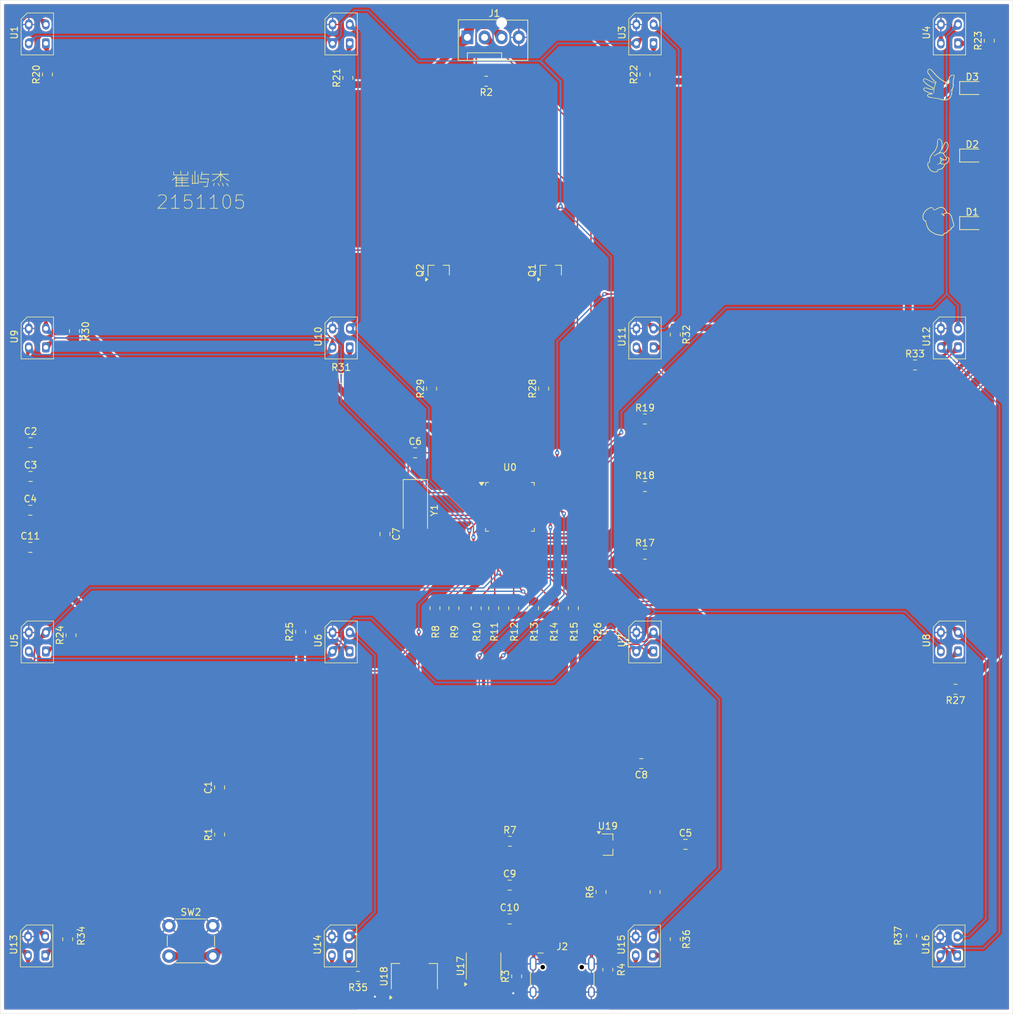
<source format=kicad_pcb>
(kicad_pcb (version 20240108) (generator "pcbnew") (generator_version "8.0")
  (layers (0 "F.Cu" signal) (31 "B.Cu" signal) (34 "B.Paste" user) (35 "F.Paste" user) (36 "B.SilkS" user "B.Silkscreen") (37 "F.SilkS" user "F.Silkscreen") (38 "B.Mask" user) (39 "F.Mask" user) (44 "Edge.Cuts" user))
  (net 0 "")
  (net 1 "GND")
  (net 2 "Net-(U0-NRST)")
  (net 3 "VCC")
  (net 4 "Net-(U0-PF0)")
  (net 5 "Net-(U0-PF1)")
  (net 6 "/VBUS")
  (net 7 "Net-(D1-A)")
  (net 8 "Net-(D2-A)")
  (net 9 "Net-(D3-A)")
  (net 10 "/SWCLK")
  (net 11 "/SWDIO")
  (net 13 "Net-(J2-CC2)")
  (net 14 "Net-(U17-UD-)")
  (net 16 "Net-(U17-UD+)")
  (net 17 "Net-(J2-CC1)")
  (net 18 "Net-(Q1-B)")
  (net 19 "Net-(Q1-C)")
  (net 20 "Net-(Q2-B)")
  (net 21 "Net-(Q2-C)")
  (net 22 "Net-(U19-REF)")
  (net 23 "Net-(U19-K)")
  (net 24 "/ADC_IN0")
  (net 25 "/VDD")
  (net 26 "Net-(U0-PB0)")
  (net 27 "Net-(U0-PB1)")
  (net 28 "Net-(U0-PB2)")
  (net 29 "Net-(U1-A)")
  (net 30 "Net-(U2-A)")
  (net 31 "Net-(U3-A)")
  (net 32 "Net-(U4-A)")
  (net 33 "Net-(U5-A)")
  (net 34 "Net-(U6-A)")
  (net 35 "Net-(U7-A)")
  (net 36 "Net-(U8-A)")
  (net 37 "/BANK0")
  (net 38 "/BANK1")
  (net 39 "Net-(U9-A)")
  (net 40 "Net-(U10-A)")
  (net 41 "Net-(U11-A)")
  (net 42 "Net-(U12-A)")
  (net 43 "Net-(U13-A)")
  (net 44 "Net-(U14-A)")
  (net 45 "Net-(U15-A)")
  (net 46 "Net-(U16-A)")
  (net 50 "/UART_RX")
  (net 71 "/UART_TX")
  (net 72 "/ADC_IN1")
  (net 73 "/ADC_IN2")
  (net 74 "/ADC_IN3")
  (net 75 "/ADC_IN4")
  (net 76 "/ADC_IN5")
  (net 77 "/ADC_IN6")
  (net 78 "/ADC_IN7")
  (footprint "Resistor_SMD:R_0805_2012Metric_Pad1.20x1.40mm_HandSolder" (layer "F.Cu") (at 91 120 -90)
    (property "Reference" "R10")
    (property "Value" "10k")
  )
  (footprint "Resistor_SMD:R_0805_2012Metric_Pad1.20x1.40mm_HandSolder" (layer "F.Cu") (at 87.7 120 -90)
    (property "Reference" "R9")
    (property "Value" "10k")
  )
  (footprint "Resistor_SMD:R_0805_2012Metric_Pad1.20x1.40mm_HandSolder" (layer "F.Cu") (at 65 123.5 90)
    (property "Reference" "R25")
    (property "Value" "330")
  )
  (footprint "Package_QFP:LQFP-48_7x7mm_P0.5mm" (layer "F.Cu") (at 96 105)
    (property "Reference" "U0")
    (property "Value" "STM32G030C8Tx")
  )
  (footprint "Capacitor_SMD:C_0805_2012Metric_Pad1.18x1.45mm_HandSolder" (layer "F.Cu") (at 53 146.5375 90)
    (property "Reference" "C1")
    (property "Value" "0.1uf")
  )
  (footprint "Resistor_SMD:R_0805_2012Metric_Pad1.20x1.40mm_HandSolder" (layer "F.Cu") (at 155.5 168.5 -90)
    (property "Reference" "R37")
    (property "Value" "330")
  )
  (footprint "Connector:FanPinHeader_1x04_P2.54mm_Vertical" (layer "F.Cu") (at 89.7 35.5)
    (property "Reference" "J1")
    (property "Value" "Conn_01x04_Pin")
  )
  (footprint "itr20001:Everlight_ITR20001" (layer "F.Cu") (at 161.1 125)
    (property "Reference" "U8")
    (property "Value" "ITR20001/T24")
  )
  (footprint "Resistor_SMD:R_0805_2012Metric_Pad1.20x1.40mm_HandSolder" (layer "F.Cu") (at 27.5 41 90)
    (property "Reference" "R20")
    (property "Value" "330")
  )
  (footprint "Resistor_SMD:R_0805_2012Metric_Pad1.20x1.40mm_HandSolder" (layer "F.Cu") (at 105.4 120 -90)
    (property "Reference" "R15")
    (property "Value" "10k")
  )
  (footprint "Capacitor_SMD:C_0805_2012Metric_Pad1.18x1.45mm_HandSolder" (layer "F.Cu") (at 24.9625 111)
    (property "Reference" "C11")
    (property "Value" "0.1uf")
  )
  (footprint "Package_TO_SOT_SMD:SOT-23_Handsoldering" (layer "F.Cu") (at 110.5 155)
    (property "Reference" "U19")
    (property "Value" "TL431DBZ")
  )
  (footprint "Resistor_SMD:R_0805_2012Metric_Pad1.20x1.40mm_HandSolder" (layer "F.Cu") (at 156 84)
    (property "Reference" "R33")
    (property "Value" "330")
  )
  (footprint "itr20001:Everlight_ITR20001" (layer "F.Cu") (at 71 35)
    (property "Reference" "U2" (hide yes))
    (property "Value" "ITR20001/T24")
  )
  (footprint "itr20001:Everlight_ITR20001" (layer "F.Cu") (at 25.9 170)
    (property "Reference" "U13")
    (property "Value" "ITR20001/T24")
  )
  (footprint "Package_SO:SOIC-8_3.9x4.9mm_P1.27mm" (layer "F.Cu") (at 92.095 172.975 90)
    (property "Reference" "U17")
    (property "Value" "CH340N")
  )
  (footprint "Resistor_SMD:R_0805_2012Metric_Pad1.20x1.40mm_HandSolder" (layer "F.Cu") (at 111 123.5 -90)
    (property "Reference" "R26")
    (property "Value" "330")
  )
  (footprint "Package_TO_SOT_SMD:SOT-23_Handsoldering" (layer "F.Cu") (at 85.45 70 90)
    (property "Reference" "Q2")
    (property "Value" "MMBT3904")
  )
  (footprint "Resistor_SMD:R_0805_2012Metric_Pad1.20x1.40mm_HandSolder" (layer "F.Cu") (at 167 36 90)
    (property "Reference" "R23")
    (property "Value" "330")
  )
  (footprint "Capacitor_SMD:C_0805_2012Metric_Pad1.18x1.45mm_HandSolder" (layer "F.Cu") (at 115.4625 143 180)
    (property "Reference" "C8")
    (property "Value" "10uf")
  )
  (footprint "Resistor_SMD:R_0805_2012Metric_Pad1.20x1.40mm_HandSolder" (layer "F.Cu") (at 99.5 120 -90)
    (property "Reference" "R13")
    (property "Value" "10k")
  )
  (footprint "Resistor_SMD:R_0805_2012Metric_Pad1.20x1.40mm_HandSolder" (layer "F.Cu") (at 31.5 79 -90)
    (property "Reference" "R30")
    (property "Value" "330")
  )
  (footprint "LOGO" (layer "F.Cu") (at 159.5 62.5)
    (property "Reference" "G***" (hide yes))
    (property "Value" "LOGO" (hide yes))
  )
  (footprint "Resistor_SMD:R_0805_2012Metric_Pad1.20x1.40mm_HandSolder" (layer "F.Cu") (at 120.5 169 -90)
    (property "Reference" "R36")
    (property "Value" "330")
  )
  (footprint "Capacitor_SMD:C_0805_2012Metric_Pad1.18x1.45mm_HandSolder" (layer "F.Cu") (at 25 95.5)
    (property "Reference" "C2")
    (property "Value" "0.1uf")
  )
  (footprint "Resistor_SMD:R_0805_2012Metric_Pad1.20x1.40mm_HandSolder" (layer "F.Cu") (at 92.5 42 180)
    (property "Reference" "R2")
    (property "Value" "10k")
  )
  (footprint "itr20001:Everlight_ITR20001" (layer "F.Cu") (at 116 35)
    (property "Reference" "U3")
    (property "Value" "ITR20001/T24")
  )
  (footprint "itr20001:Everlight_ITR20001" (layer "F.Cu") (at 71 125)
    (property "Reference" "U6")
    (property "Value" "ITR20001/T24")
  )
  (footprint "Package_TO_SOT_SMD:SOT-223-3_TabPin2" (layer "F.Cu") (at 81.85 174.5 90)
    (property "Reference" "U18")
    (property "Value" "AMS1117-3.3")
  )
  (footprint "Resistor_SMD:R_0805_2012Metric_Pad1.20x1.40mm_HandSolder" (layer "F.Cu") (at 84.4 87.5 90)
    (property "Reference" "R29")
    (property "Value" "330")
  )
  (footprint "Resistor_SMD:R_0805_2012Metric_Pad1.20x1.40mm_HandSolder" (layer "F.Cu") (at 116 41 90)
    (property "Reference" "R22")
    (property "Value" "330")
  )
  (footprint "Resistor_SMD:R_0805_2012Metric_Pad1.20x1.40mm_HandSolder" (layer "F.Cu") (at 117.5 162 -90)
    (property "Reference" "R5" (hide yes))
    (property "Value" "3.3k")
  )
  (footprint "itr20001:Everlight_ITR20001" (layer "F.Cu") (at 161 170)
    (property "Reference" "U16")
    (property "Value" "ITR20001/T24")
  )
  (footprint "Resistor_SMD:R_0805_2012Metric_Pad1.20x1.40mm_HandSolder" (layer "F.Cu") (at 109.5 162 90)
    (property "Reference" "R6")
    (property "Value" "10k")
  )
  (footprint "Capacitor_SMD:C_0805_2012Metric_Pad1.18x1.45mm_HandSolder" (layer "F.Cu") (at 24.9625 105.5)
    (property "Reference" "C4")
    (property "Value" "0.1uf")
  )
  (footprint "itr20001:Everlight_ITR20001" (layer "F.Cu") (at 71 80)
    (property "Reference" "U10")
    (property "Value" "ITR20001/T24")
  )
  (footprint "Connector_USB:USB_C_Receptacle_HCTL_HC-TYPE-C-16P-01A" (layer "F.Cu") (at 103.75 175.745)
    (property "Reference" "J2")
    (property "Value" "USB_C_Receptacle_USB2.0_16P")
  )
  (footprint "LED_SMD:LED_0805_2012Metric_Pad1.15x1.40mm_HandSolder" (layer "F.Cu") (at 164.475 63)
    (property "Reference" "D1")
    (property "Value" "LED")
  )
  (footprint "LOGO" (layer "F.Cu") (at 159.5 42.5)
    (property "Reference" "布" (hide yes))
    (property "Value" "LOGO" (hide yes))
  )
  (footprint "Resistor_SMD:R_0805_2012Metric_Pad1.20x1.40mm_HandSolder" (layer "F.Cu") (at 101 87.5 90)
    (property "Reference" "R28")
    (property "Value" "330")
  )
  (footprint "Capacitor_SMD:C_0805_2012Metric_Pad1.18x1.45mm_HandSolder" (layer "F.Cu") (at 95.9625 166)
    (property "Reference" "C10")
    (property "Value" "0.1uf")
  )
  (footprint "LED_SMD:LED_0805_2012Metric_Pad1.15x1.40mm_HandSolder" (layer "F.Cu") (at 164.475 43)
    (property "Reference" "D3")
    (property "Value" "LED")
  )
  (footprint "Package_TO_SOT_SMD:SOT-23_Handsoldering" (layer "F.Cu") (at 102.05 70 90)
    (property "Reference" "Q1")
    (property "Value" "MMBT3904")
  )
  (footprint "Resistor_SMD:R_0805_2012Metric_Pad1.20x1.40mm_HandSolder" (layer "F.Cu") (at 93.6 120 -90)
    (property "Reference" "R11")
    (property "Value" "10k")
  )
  (footprint "LED_SMD:LED_0805_2012Metric_Pad1.15x1.40mm_HandSolder" (layer "F.Cu") (at 164.475 53)
    (property "Reference" "D2")
    (property "Value" "LED")
  )
  (footprint "Resistor_SMD:R_0805_2012Metric_Pad1.20x1.40mm_HandSolder" (layer "F.Cu") (at 96.55 120 -90)
    (property "Reference" "R12")
    (property "Value" "10k")
  )
  (footprint "Resistor_SMD:R_0805_2012Metric_Pad1.20x1.40mm_HandSolder" (layer "F.Cu") (at 71 86)
    (property "Reference" "R31")
    (property "Value" "330")
  )
  (footprint "Resistor_SMD:R_0805_2012Metric_Pad1.20x1.40mm_HandSolder" (layer "F.Cu") (at 97 174.5 90)
    (property "Reference" "R3")
    (property "Value" "5.1k")
  )
  (footprint "Resistor_SMD:R_0805_2012Metric_Pad1.20x1.40mm_HandSolder" (layer "F.Cu") (at 72 41.5 90)
    (property "Reference" "R21")
    (property "Value" "330")
  )
  (footprint "itr20001:Everlight_ITR20001" (layer "F.Cu") (at 116 125)
    (property "Reference" "U7")
    (property "Value" "ITR20001/T24")
  )
  (footprint "Capacitor_SMD:C_0805_2012Metric_Pad1.18x1.45mm_HandSolder" (layer "F.Cu") (at 81.9625 97)
    (property "Reference" "C6")
    (property "Value" "22pf")
  )
  (footprint "Resistor_SMD:R_0805_2012Metric_Pad1.20x1.40mm_HandSolder" (layer "F.Cu") (at 31 124 90)
    (property "Reference" "R24")
    (property "Value" "330")
  )
  (footprint "Resistor_SMD:R_0805_2012Metric_Pad1.20x1.40mm_HandSolder" (layer "F.Cu") (at 102.45 120 -90)
    (property "Reference" "R14")
    (property "Value" "10k")
  )
  (footprint "Resistor_SMD:R_0805_2012Metric_Pad1.20x1.40mm_HandSolder" (layer "F.Cu") (at 116 102)
    (property "Reference" "R18")
    (property "Value" "330")
  )
  (footprint "Resistor_SMD:R_0805_2012Metric_Pad1.20x1.40mm_HandSolder" (layer "F.Cu") (at 30.5 169 90)
    (property "Reference" "R34")
    (property "Value" "330")
  )
  (footprint "Resistor_SMD:R_0805_2012Metric_Pad1.20x1.40mm_HandSolder" (layer "F.Cu") (at 96 154.5)
    (property "Reference" "R7")
    (property "Value" "330")
  )
  (footprint "Resistor_SMD:R_0805_2012Metric_Pad1.20x1.40mm_HandSolder" (layer "F.Cu") (at 120.5 79.5 -90)
    (property "Reference" "R32")
    (property "Value" "330")
  )
  (footprint "Resistor_SMD:R_0805_2012Metric_Pad1.20x1.40mm_HandSolder" (layer "F.Cu") (at 73.5 174.5 180)
    (property "Reference" "R35")
    (property "Value" "330")
  )
  (footprint "itr20001:Everlight_ITR20001" (layer "F.Cu") (at 26 80)
    (property "Reference" "U9")
    (property "Value" "ITR20001/T24")
  )
  (footprint "Capacitor_SMD:C_0805_2012Metric_Pad1.18x1.45mm_HandSolder" (layer "F.Cu") (at 122 154.9625)
    (property "Reference" "C5")
    (property "Value" "0.1uf")
  )
  (footprint "LOGO" (layer "F.Cu") (at 159.5 53)
    (property "Reference" "G***" (hide yes))
    (property "Value" "LOGO" (hide yes))
  )
  (footprint "Resistor_SMD:R_0805_2012Metric_Pad1.20x1.40mm_HandSolder" (layer "F.Cu") (at 162 132 180)
    (property "Reference" "R27")
    (property "Value" "330")
  )
  (footprint "Resistor_SMD:R_0805_2012Metric_Pad1.20x1.40mm_HandSolder" (layer "F.Cu") (at 116 92)
    (property "Reference" "R19")
    (property "Value" "330")
  )
  (footprint "Resistor_SMD:R_0805_2012Metric_Pad1.20x1.40mm_HandSolder" (layer "F.Cu") (at 84.9 120 -90)
    (property "Reference" "R8")
    (property "Value" "10k")
  )
  (footprint "Resistor_SMD:R_0805_2012Metric_Pad1.20x1.40mm_HandSolder" (layer "F.Cu") (at 53 153.5 90)
    (property "Reference" "R1")
    (property "Value" "10k")
  )
  (footprint "itr20001:Everlight_ITR20001" (layer "F.Cu") (at 70.9 170)
    (property "Reference" "U14")
    (property "Value" "ITR20001/T24")
  )
  (footprint "itr20001:Everlight_ITR20001" (layer "F.Cu") (at 116 80)
    (property "Reference" "U11")
    (property "Value" "ITR20001/T24")
  )
  (footprint "itr20001:Everlight_ITR20001" (layer "F.Cu") (at 26 125)
    (property "Reference" "U5")
    (property "Value" "ITR20001/T24")
  )
  (footprint "itr20001:Everlight_ITR20001" (layer "F.Cu") (at 161.1 80)
    (property "Reference" "U12")
    (property "Value" "ITR20001/T24")
  )
  (footprint "Resistor_SMD:R_0805_2012Metric_Pad1.20x1.40mm_HandSolder" (layer "F.Cu") (at 110.5 173.5 90)
    (property "Reference" "R4")
    (property "Value" "5.1k")
  )
  (footprint "itr20001:Everlight_ITR20001" (layer "F.Cu") (at 161.1 35)
    (property "Reference" "U4")
    (property "Value" "ITR20001/T24")
  )
  (footprint "Button_Switch_THT:SW_PUSH_6mm" (layer "F.Cu") (at 45.5 167)
    (property "Reference" "SW2")
    (property "Value" "SW_Push")
  )
  (footprint "Capacitor_SMD:C_0805_2012Metric_Pad1.18x1.45mm_HandSolder" (layer "F.Cu") (at 25 100.5)
    (property "Reference" "C3")
    (property "Value" "10uf")
  )
  (footprint "Crystal:Crystal_SMD_5032-2Pin_5.0x3.2mm_HandSoldering" (layer "F.Cu") (at 82 105.5 -90)
    (property "Reference" "Y1")
    (property "Value" "12MHz")
  )
  (footprint "itr20001:Everlight_ITR20001" (layer "F.Cu") (at 26 35)
    (property "Reference" "U1")
    (property "Value" "ITR20001/T24")
  )
  (footprint "Resistor_SMD:R_0805_2012Metric_Pad1.20x1.40mm_HandSolder" (layer "F.Cu") (at 116 112)
    (property "Reference" "R17")
    (property "Value" "330")
  )
  (footprint "itr20001:Everlight_ITR20001" (layer "F.Cu") (at 115.9 170)
    (property "Reference" "U15")
    (property "Value" "ITR20001/T24")
  )
  (footprint "Capacitor_SMD:C_0805_2012Metric_Pad1.18x1.45mm_HandSolder" (layer "F.Cu") (at 77.5 109.0375 -90)
    (property "Reference" "C7")
    (property "Value" "22pf")
  )
  (footprint "Capacitor_SMD:C_0805_2012Metric_Pad1.18x1.45mm_HandSolder" (layer "F.Cu") (at 95.9625 161)
    (property "Reference" "C9")
    (property "Value" "10uf")
  )
  (gr_rect (start 20.5 30) (end 170.5 180) (stroke (width 0.05)) (fill none) (layer "Edge.Cuts"))
  (gr_text_box "崔屿杰\n2151105" (start 42.5 54) (end 58 61.5) (layer "F.SilkS") (effects (font (size 2 2) (thickness 0.1)) (justify top)) (border no) (stroke (width 0.1)))
  (segment (start 100.55 172) (end 100.55 171.2) (width 0.5) (layer "F.Cu") (net 1))
  (segment (start 106.95 171.05) (end 107 171) (width 0.5) (layer "F.Cu") (net 1))
  (segment (start 92.73 176.424999) (end 93.430001 177.125) (width 1) (layer "F.Cu") (net 1))
  (segment (start 108 171) (end 108.07 171.07) (width 0.5) (layer "F.Cu") (net 1))
  (segment (start 106.95 172) (end 106.95 171.05) (width 0.5) (layer "F.Cu") (net 1))
  (segment (start 93.430001 177.125) (end 96.375 177.125) (width 1) (layer "F.Cu") (net 1))
  (segment (start 99.5 172.57) (end 99.43 172.64) (width 0.5) (layer "F.Cu") (net 1))
  (segment (start 90.25 105.25) (end 83 98) (width 0.2) (layer "F.Cu") (net 1))
  (segment (start 96.375 177.125) (end 96.5 177) (width 1) (layer "F.Cu") (net 1))
  (segment (start 92.73 175.45) (end 92.73 176.424999) (width 1) (layer "F.Cu") (net 1))
  (segment (start 83 98) (end 83 97) (width 0.2) (layer "F.Cu") (net 1))
  (segment (start 107 171) (end 108 171) (width 0.5) (layer "F.Cu") (net 1))
  (segment (start 99.5 171.15) (end 99.5 171.5) (width 0.5) (layer "F.Cu") (net 1))
  (segment (start 100.5 171.15) (end 99.5 171.15) (width 0.5) (layer "F.Cu") (net 1))
  (segment (start 108.07 171.07) (end 108.07 172.64) (width 0.5) (layer "F.Cu") (net 1))
  (segment (start 91.8375 105.25) (end 90.25 105.25) (width 0.2) (layer "F.Cu") (net 1))
  (segment (start 99.5 171.15) (end 99.5 172.57) (width 0.5) (layer "F.Cu") (net 1))
  (segment (start 99.5 171.5) (end 99.5 172.57) (width 0.5) (layer "F.Cu") (net 1))
  (segment (start 100.55 171.2) (end 100.5 171.15) (width 0.5) (layer "F.Cu") (net 1))
  (via (at 76 177.5) (size 0.6) (drill 0.3) (layers "F.Cu" "B.Cu") (net 1))
  (via (at 96.5 177) (size 0.6) (drill 0.3) (layers "F.Cu" "B.Cu") (net 1))
  (segment (start 77.7125 129.2875) (end 71.2875 129.2875) (width 0.2) (layer "F.Cu") (net 2))
  (segment (start 53 152.5) (end 53 147.575) (width 0.2) (layer "F.Cu") (net 2))
  (segment (start 85 109) (end 85 115.575) (width 0.2) (layer "F.Cu") (net 2))
  (segment (start 85 115.575) (end 81 119.575) (width 0.2) (layer "F.Cu") (net 2))
  (segment (start 53 152.5) (end 56.5 156) (width 0.2) (layer "F.Cu") (net 2))
  (segment (start 87.25 106.75) (end 85 109) (width 0.2) (layer "F.Cu") (net 2))
  (segment (start 91.8375 106.75) (end 87.25 106.75) (width 0.2) (layer "F.Cu") (net 2))
  (segment (start 81 119.575) (end 81 126) (width 0.2) (layer "F.Cu") (net 2))
  (segment (start 71.2875 129.2875) (end 53 147.575) (width 0.2) (layer "F.Cu") (net 2))
  (segment (start 81 126) (end 77.7125 129.2875) (width 0.2) (layer "F.Cu") (net 2))
  (segment (start 56.5 156) (end 56.5 167) (width 0.2) (layer "F.Cu") (net 2))
  (segment (start 45.5 171.5) (end 52 171.5) (width 0.2) (layer "F.Cu") (net 2))
  (segment (start 56.5 167) (end 52 171.5) (width 0.2) (layer "F.Cu") (net 2))
  (segment (start 167 37) (end 157.5 46.5) (width 1) (layer "F.Cu") (net 3))
  (segment (start 130 158.5) (end 130.5 158) (width 0.8) (layer "F.Cu") (net 3))
  (segment (start 27.5 42) (end 31.5 46) (width 1) (layer "F.Cu") (net 3))
  (segment (start 87 100) (end 90 103) (width 1) (layer "F.Cu") (net 3))
  (segment (start 80.5 170) (end 81.85 171.35) (width 0.8) (layer "F.Cu") (net 3))
  (segment (start 90.890001 172.175) (end 93.325 172.175) (width 1) (layer "F.Cu") (net 3))
  (segment (start 31.5 78) (end 32.2 78) (width 1) (layer "F.Cu") (net 3))
  (segment (start 65 38.5) (end 31.7 38.5) (width 1) (layer "F.Cu") (net 3))
  (segment (start 70 86) (end 41.5 86) (width 1) (layer "F.Cu") (net 3))
  (segment (start 90.99688 104.75) (end 90.75 104.50312) (width 0.3) (layer "F.Cu") (net 3))
  (segment (start 23.9625 100.5) (end 23.9625 110.9625) (width 1) (layer "F.Cu") (net 3))
  (segment (start 90.5 103.5) (end 90 103) (width 0.2) (layer "F.Cu") (net 3))
  (segment (start 130.5 158) (end 130.5 127.5) (width 1) (layer "F.Cu") (net 3))
  (segment (start 24.7125 111.87543) (end 33.5 120.66293) (width 1) (layer "F.Cu") (net 3))
  (segment (start 33.5 123.2) (end 33.5 120.66293) (width 1) (layer "F.Cu") (net 3))
  (segment (start 120.5 168) (end 155 168) (width 1) (layer "F.Cu") (net 3))
  (segment (start 91.8375 104.75) (end 90.99688 104.75) (width 0.3) (layer "F.Cu") (net 3))
  (segment (start 155 84) (end 153.5 82.5) (width 0.8) (layer "F.Cu") (net 3))
  (segment (start 23.925 100.5375) (end 23.9625 100.5) (width 0.8) (layer "F.Cu") (net 3))
  (segment (start 24.7125 111.7875) (end 24.7125 111.87543) (width 1) (layer "F.Cu") (net 3))
  (segment (start 67 170) (end 80.5 170) (width 0.8) (layer "F.Cu") (net 3))
  (segment (start 23.9625 94.775) (end 23.9625 95.5) (width 1) (layer "F.Cu") (net 3))
  (segment (start 23.925 105.5) (end 23.925 100.5375) (width 0.8) (layer "F.Cu") (net 3))
  (segment (start 76.3 93) (end 84 93) (width 1) (layer "F.Cu") (net 3))
  (segment (start 168.5 38.5) (end 167 37) (width 1) (layer "F.Cu") (net 3))
  (segment (start 61.5 175.5) (end 67 170) (width 1) (layer "F.Cu") (net 3))
  (segment (start 155 168) (end 155.5 167.5) (width 1) (layer "F.Cu") (net 3))
  (segment (start 155 84) (end 149.5 78.5) (width 1) (layer "F.Cu") (net 3))
  (segment (start 145.5 42) (end 116 42) (width 1) (layer "F.Cu") (net 3))
  (segment (start 90.19 171.474999) (end 90.890001 172.175) (width 1) (layer "F.Cu") (net 3))
  (segment (start 89.7 35.5) (end 89.5 35.5) (width 1) (layer "F.Cu") (net 3))
  (segment (start 113 120.5) (end 111 122.5) (width 1) (layer "F.Cu") (net 3))
  (segment (start 49 145) (end 49 152.2) (width 1) (layer "F.Cu") (net 3))
  (segment (start 89.5 35.5) (end 82.5 42.5) (width 1) (layer "F.Cu") (net 3))
  (segment (start 31.7 125) (end 33.5 123.2) (width 1) (layer "F.Cu") (net 3))
  (segment (start 36.5 175.5) (end 61.5 175.5) (width 1) (layer "F.Cu") (net 3))
  (segment (start 130.5 127.5) (end 123.5 120.5) (width 1) (layer "F.Cu") (net 3))
  (segment (start 155.5 167.5) (end 163 160) (width 1) (layer "F.Cu") (net 3))
  (segment (start 30.5 170) (end 36 175.5) (width 1) (layer "F.Cu") (net 3))
  (segment (start 31.5 46.5) (end 31.5 78) (width 1) (layer "F.Cu") (net 3))
  (segment (start 49 152.2) (end 51.3 154.5) (width 1) (layer "F.Cu") (net 3))
  (segment (start 81.85 171.35) (end 81.85 177.65) (width 1) (layer "F.Cu") (net 3))
  (segment (start 23.9625 95.5) (end 23.9625 100.5) (width 1) (layer "F.Cu") (net 3))
  (segment (start 31.7 38.5) (end 28.2 42) (width 1) (layer "F.Cu") (net 3))
  (segment (start 149.5 78.5) (end 153.5 82.5) (width 0.5) (layer "F.Cu") (net 3))
  (segment (start 90.75 103.75) (end 90.5 103.5) (width 0.3) (layer "F.Cu") (net 3))
  (segment (start 69 42.5) (end 65 38.5) (width 1) (layer "F.Cu") (net 3))
  (segment (start 70 86) (end 70 86.7) (width 1) (layer "F.Cu") (net 3))
  (segment (start 51.3 154.5) (end 53 154.5) (width 1) (layer "F.Cu") (net 3))
  (segment (start 31.50901 78) (end 31.5 78) (width 0.8) (layer "F.Cu") (net 3))
  (segment (start 157.5 46.5) (end 157.5 49) (width 1) (layer "F.Cu") (net 3))
  (segment (start 163 132) (end 168.5 126.5) (width 1) (layer "F.Cu") (net 3))
  (segment (start 81.85 171.35) (end 89.34 171.35) (width 1) (layer "F.Cu") (net 3))
  (segment (start 90.74688 104.75) (end 90.5 104.50312) (width 0.3) (layer "F.Cu") (net 3))
  (segment (start 84 93) (end 87 96) (width 1) (layer "F.Cu") (net 3))
  (segment (start 49 152.2) (end 31.2 170) (width 1) (layer "F.Cu") (net 3))
  (segment (start 91.8375 103.75) (end 90.99688 103.75) (width 0.3) (layer "F.Cu") (net 3))
  (segment (start 27.2375 91.5) (end 23.9625 94.775) (width 1) (layer "F.Cu") (net 3))
  (segment (start 93.325 172.175) (end 94 171.5) (width 1) (layer "F.Cu") (net 3))
  (segment (start 91.8375 104.75) (end 90.74688 104.75) (width 0.3) (layer "F.Cu") (net 3))
  (segment (start 65 124.5) (end 65 125) (width 0.8) (layer "F.Cu") (net 3))
  (segment (start 157.5 49) (end 155 51.5) (width 1) (layer "F.Cu") (net 3))
  (segment (start 155 51.5) (end 145.5 42) (width 1) (layer "F.Cu") (net 3))
  (segment (start 92.16 32.04) (end 89.7 34.5) (width 1) (layer "F.Cu") (net 3))
  (segment (start 123.5 120.5) (end 113 120.5) (width 1) (layer "F.Cu") (net 3))
  (segment (start 89.34 171.35) (end 90.19 170.5) (width 1) (layer "F.Cu") (net 3))
  (segment (start 28.2 42) (end 27.5 42) (width 1) (layer "F.Cu") (net 3))
  (segment (start 40.2 86) (end 34.7 91.5) (width 1) (layer "F.Cu") (net 3))
  (segment (start 70 86.7) (end 76.3 93) (width 1) (layer "F.Cu") (net 3))
  (segment (start 89.7 35.3) (end 89.7 34.5) (width 0.8) (layer "F.Cu") (net 3))
  (segment (start 115.3 42) (end 105.34 32.04) (width 1) (layer "F.Cu") (net 3))
  (segment (start 82.5 42.5) (end 72 42.5) (width 1) (layer "F.Cu") (net 3))
  (segment (start 163 160) (end 163 132) (width 1) (layer "F.Cu") (net 3))
  (segment (start 31.5 78) (end 31.5 77.5) (width 0.2) (layer "F.Cu") (net 3))
  (segment (start 90.8 104.48241) (end 90.8 104.01759) (width 0.2) (layer "F.Cu") (net 3))
  (segment (start 82.5 42.5) (end 89.7 35.3) (width 0.8) (layer "F.Cu") (net 3))
  (segment (start 40.2 86) (end 41.5 86) (width 1) (layer "F.Cu") (net 3))
  (segment (start 36 175.5) (end 36.5 175.5) (width 1) (layer "F.Cu") (net 3))
  (segment (start 155 51.5) (end 155 84) (width 1) (layer "F.Cu") (net 3))
  (segment (start 90.4 103.4) (end 90.4 103.5) (width 1) (layer "F.Cu") (net 3))
  (segment (start 65 129) (end 49 145) (width 1) (layer "F.Cu") (net 3))
  (segment (start 89.7 34.5) (end 89.7 35.5) (width 1) (layer "F.Cu") (net 3))
  (segment (start 116 42) (end 115.3 42) (width 1) (layer "F.Cu") (net 3))
  (segment (start 81.85 171.35) (end 78.7 174.5) (width 1) (layer "F.Cu") (net 3))
  (segment (start 23.925 111) (end 23.925 105.5) (width 0.8) (layer "F.Cu") (net 3))
  (segment (start 120.5 168) (end 130 158.5) (width 1) (layer "F.Cu") (net 3))
  (segment (start 90.75 104.50312) (end 90.75 103.99688) (width 0.3) (layer "F.Cu") (net 3))
  (segment (start 105.34 32.04) (end 92.16 32.04) (width 1) (layer "F.Cu") (net 3))
  (segment (start 90.19 170.5) (end 90.19 171.474999) (width 1) (layer "F.Cu") (net 3))
  (segment (start 90 103) (end 90.4 103.4) (width 1) (layer "F.Cu") (net 3))
  (segment (start 65 124.5) (end 65 129) (width 1) (layer "F.Cu") (net 3))
  (segment (start 69 42.5) (end 72 42.5) (width 0.8) (layer "F.Cu") (net 3))
  (segment (start 31.5 46) (end 31.5 46.5) (width 1) (layer "F.Cu") (net 3))
  (segment (start 94 171.5) (end 94 170.5) (width 1) (layer "F.Cu") (net 3))
  (segment (start 23.9625 110.9625) (end 23.925 111) (width 1) (layer "F.Cu") (net 3))
  (segment (start 87 96) (end 87 100) (width 1) (layer "F.Cu") (net 3))
  (segment (start 31.2 170) (end 30.5 170) (width 1) (layer "F.Cu") (net 3))
  (segment (start 34.7 91.5) (end 27.2375 91.5) (width 1) (layer "F.Cu") (net 3))
  (segment (start 31 125) (end 65 125) (width 1) (layer "F.Cu") (net 3))
  (segment (start 168.5 126.5) (end 168.5 38.5) (width 1) (layer "F.Cu") (net 3))
  (segment (start 31 125) (end 31.7 125) (width 1) (layer "F.Cu") (net 3))
  (segment (start 74.5 174.5) (end 78.7 174.5) (width 1) (layer "F.Cu") (net 3))
  (segment (start 91.8375 103.75) (end 90.75 103.75) (width 0.3) (layer "F.Cu") (net 3))
  (segment (start 32.2 78) (end 40.2 86) (width 1) (layer "F.Cu") (net 3))
  (segment (start 149.5 78.5) (end 120.5 78.5) (width 1) (layer "F.Cu") (net 3))
  (segment (start 90.75 103.99688) (end 90.99688 103.75) (width 0.3) (layer "F.Cu") (net 3))
  (segment (start 23.925 111) (end 24.7125 111.7875) (width 0.8) (layer "F.Cu") (net 3))
  (segment (start 90.5 103.5) (end 90.5 104.50312) (width 0.8) (layer "F.Cu") (net 3))
  (segment (start 89.85 105.75) (end 87 102.9) (width 0.2) (layer "F.Cu") (net 4))
  (segment (start 87 102.9) (end 82 102.9) (width 0.2) (layer "F.Cu") (net 4))
  (segment (start 91.8375 105.75) (end 89.85 105.75) (width 0.2) (layer "F.Cu") (net 4))
  (segment (start 80.925 97) (end 80.925 101.825) (width 0.2) (layer "F.Cu") (net 4))
  (segment (start 80.925 101.825) (end 82 102.9) (width 0.2) (layer "F.Cu") (net 4))
  (segment (start 78 108) (end 78.1 108.1) (width 0.2) (layer "F.Cu") (net 5))
  (segment (start 83.85 106.25) (end 82 108.1) (width 0.2) (layer "F.Cu") (net 5))
  (segment (start 77.5 108) (end 78 108) (width 0.2) (layer "F.Cu") (net 5))
  (segment (start 78.1 108.1) (end 82 108.1) (width 0.2) (layer "F.Cu") (net 5))
  (segment (start 91.8375 106.25) (end 83.85 106.25) (width 0.2) (layer "F.Cu") (net 5))
  (segment (start 94.925 167.825) (end 94.925 166) (width 1) (layer "F.Cu") (net 6))
  (segment (start 84.15 177.65) (end 88.425 173.375) (width 1) (layer "F.Cu") (net 6))
  (segment (start 101.5 170.2) (end 98.4 170.2) (width 1) (layer "F.Cu") (net 6))
  (segment (start 97.3 170.2) (end 94.925 167.825) (width 1) (layer "F.Cu") (net 6))
  (segment (start 105.448094 170.2) (end 101.5 170.2) (width 1) (layer "F.Cu") (net 6))
  (segment (start 94.925 161) (end 94.925 166) (width 1) (layer "F.Cu") (net 6))
  (segment (start 101.35 170.35) (end 101.5 170.2) (width 0.5) (layer "F.Cu") (net 6))
  (segment (start 101.35 172) (end 101.35 170.35) (width 0.5) (layer "F.Cu") (net 6))
  (segment (start 106.15 170.901906) (end 105.898094 170.65) (width 0.5) (layer "F.Cu") (net 6))
  (segment (start 97.3 170.2) (end 98.4 170.2) (width 1) (layer "F.Cu") (net 6))
  (segment (start 94.125 173.375) (end 97.3 170.2) (width 1) (layer "F.Cu") (net 6))
  (segment (start 95 154.5) (end 95 160.925) (width 1) (layer "F.Cu") (net 6))
  (segment (start 106.15 172) (end 106.15 170.901906) (width 0.5) (layer "F.Cu") (net 6))
  (segment (start 105.898094 170.65) (end 105.448094 170.2) (width 1) (layer "F.Cu") (net 6))
  (segment (start 95 160.925) (end 94.925 161) (width 1) (layer "F.Cu") (net 6))
  (segment (start 88.425 173.375) (end 94.125 173.375) (width 1) (layer "F.Cu") (net 6))
  (segment (start 163.5 67) (end 163.5 71.5) (width 0.2) (layer "F.Cu") (net 7))
  (segment (start 167 75) (end 167 86) (width 0.2) (layer "F.Cu") (net 7))
  (segment (start 163.5 71.5) (end 167 75) (width 0.2) (layer "F.Cu") (net 7))
  (segment (start 132.5 91.5) (end 117 107) (width 0.2) (layer "F.Cu") (net 7))
  (segment (start 161.5 91.5) (end 132.5 91.5) (width 0.2) (layer "F.Cu") (net 7))
  (segment (start 167 86) (end 161.5 91.5) (width 0.2) (layer "F.Cu") (net 7))
  (segment (start 117 107) (end 117 112) (width 0.2) (layer "F.Cu") (net 7))
  (segment (start 165.5 63) (end 165.5 65) (width 0.2) (layer "F.Cu") (net 7))
  (segment (start 165.5 65) (end 163.5 67) (width 0.2) (layer "F.Cu") (net 7))
  (segment (start 162.5 57.6) (end 165.5 54.6) (width 0.2) (layer "F.Cu") (net 8))
  (segment (start 165.5 54.6) (end 165.5 53) (width 0.2) (layer "F.Cu") (net 8))
  (segment (start 161.5 88.5) (end 166 84) (width 0.2) (layer "F.Cu") (net 8))
  (segment (start 126.5 88.5) (end 161.5 88.5) (width 0.2) (layer "F.Cu") (net 8))
  (segment (start 117 102) (end 117 98) (width 0.2) (layer "F.Cu") (net 8))
  (segment (start 166 75.5) (end 162.5 72) (width 0.2) (layer "F.Cu") (net 8))
  (segment (start 162.5 72) (end 162.5 57.6) (width 0.2) (layer "F.Cu") (net 8))
  (segment (start 117 98) (end 126.5 88.5) (width 0.2) (layer "F.Cu") (net 8))
  (segment (start 166 84) (end 166 75.5) (width 0.2) (layer "F.Cu") (net 8))
  (segment (start 117 90) (end 120.5 86.5) (width 0.2) (layer "F.Cu") (net 9))
  (segment (start 161.5 47) (end 165.5 43) (width 0.2) (layer "F.Cu") (net 9))
  (segment (start 161.5 86.5) (end 165 83) (width 0.2) (layer "F.Cu") (net 9))
  (segment (start 117 92) (end 117 90) (width 0.2) (layer "F.Cu") (net 9))
  (segment (start 120.5 86.5) (end 161.5 86.5) (width 0.2) (layer "F.Cu") (net 9))
  (segment (start 161.5 72.5) (end 161.5 47) (width 0.2) (layer "F.Cu") (net 9))
  (segment (start 165 76) (end 161.5 72.5) (width 0.2) (layer "F.Cu") (net 9))
  (segment (start 165 83) (end 165 76) (width 0.2) (layer "F.Cu") (net 9))
  (segment (start 91 39.5) (end 93.5 42) (width 0.2) (layer "F.Cu") (net 10))
  (segment (start 104.75 102.25) (end 106 101) (width 0.2) (layer "F.Cu") (net 10))
  (segment (start 91.315 34.185) (end 91 34.5) (width 0.2) (layer "F.Cu") (net 10))
  (segment (start 100.1625 102.25) (end 104.75 102.25) (width 0.2) (layer "F.Cu") (net 10))
  (segment (start 94.78 35.5) (end 93.465 34.185) (width 0.2) (layer "F.Cu") (net 10))
  (segment (start 106 101) (end 106 58.5) (width 0.2) (layer "F.Cu") (net 10))
  (segment (start 106 58.5) (end 93.5 46) (width 0.2) (layer "F.Cu") (net 10))
  (segment (start 93.465 34.185) (end 91.315 34.185) (width 0.2) (layer "F.Cu") (net 10))
  (segment (start 91 34.5) (end 91 39.5) (width 0.2) (layer "F.Cu") (net 10))
  (segment (start 93.5 46) (end 93.5 42) (width 0.2) (layer "F.Cu") (net 10))
  (segment (start 105.25 102.75) (end 108 100) (width 0.2) (layer "F.Cu") (net 11))
  (segment (start 100.1625 102.75) (end 105.25 102.75) (width 0.2) (layer "F.Cu") (net 11))
  (segment (start 92.5 35.5) (end 108 51) (width 0.2) (layer "F.Cu") (net 11))
  (segment (start 108 100) (end 108 51) (width 0.2) (layer "F.Cu") (net 11))
  (segment (start 92.24 35.5) (end 92.5 35.5) (width 0.2) (layer "F.Cu") (net 11))
  (segment (start 110.5 174.5) (end 107.045406 174.5) (width 0.2) (layer "F.Cu") (net 13))
  (segment (start 107.045406 174.5) (end 105.5 172.954594) (width 0.2) (layer "F.Cu") (net 13))
  (segment (start 105.5 172.954594) (end 105.5 172) (width 0.2) (layer "F.Cu") (net 13))
  (segment (start 103.31759 171) (end 103.68241 171) (width 0.2) (layer "F.Cu") (net 14))
  (segment (start 99.681371 178) (end 92 178) (width 0.2) (layer "F.Cu") (net 14))
  (segment (start 100.5 177.181371) (end 99.681371 178) (width 0.2) (layer "F.Cu") (net 14))
  (segment (start 103 172) (end 103 171.31759) (width 0.2) (layer "F.Cu") (net 14))
  (segment (start 103.68241 171) (end 104 171.31759) (width 0.2) (layer "F.Cu") (net 14))
  (segment (start 103 173.251904) (end 100.5 175.751904) (width 0.2) (layer "F.Cu") (net 14))
  (segment (start 103 173.195) (end 103 172) (width 0.2) (layer "F.Cu") (net 14))
  (segment (start 103 172) (end 103 173.251904) (width 0.2) (layer "F.Cu") (net 14))
  (segment (start 100.5 175.751904) (end 100.5 177.181371) (width 0.2) (layer "F.Cu") (net 14))
  (segment (start 103 171.31759) (end 103.31759 171) (width 0.2) (layer "F.Cu") (net 14))
  (segment (start 91.46 177.46) (end 91.46 175.45) (width 0.2) (layer "F.Cu") (net 14))
  (segment (start 104 171.31759) (end 104 172) (width 0.2) (layer "F.Cu") (net 14))
  (segment (start 92 178) (end 91.46 177.46) (width 0.2) (layer "F.Cu") (net 14))
  (segment (start 103.5 172.68241) (end 103.81759 173) (width 0.2) (layer "F.Cu") (net 16))
  (segment (start 101.5 175.31759) (end 101.5 177) (width 0.2) (layer "F.Cu") (net 16))
  (segment (start 103.81759 173) (end 104.18241 173) (width 0.2) (layer "F.Cu") (net 16))
  (segment (start 103.81759 173) (end 101.5 175.31759) (width 0.2) (layer "F.Cu") (net 16))
  (segment (start 90.19 177.074999) (end 91.615001 178.5) (width 0.2) (layer "F.Cu") (net 16))
  (segment (start 103.5 172) (end 103.5 172.68241) (width 0.2) (layer "F.Cu") (net 16))
  (segment (start 100 178.5) (end 91.615001 178.5) (width 0.2) (layer "F.Cu") (net 16))
  (segment (start 90.19 175.45) (end 90.19 177.074999) (width 0.2) (layer "F.Cu") (net 16))
  (segment (start 104.5 172.68241) (end 104.5 172) (width 0.2) (layer "F.Cu") (net 16))
  (segment (start 104.18241 173) (end 104.5 172.68241) (width 0.2) (layer "F.Cu") (net 16))
  (segment (start 101.5 177) (end 100 178.5) (width 0.2) (layer "F.Cu") (net 16))
  (segment (start 99.68241 175.5) (end 102.5 172.68241) (width 0.2) (layer "F.Cu") (net 17))
  (segment (start 102.5 172.68241) (end 102.5 172) (width 0.2) (layer "F.Cu") (net 17))
  (segment (start 97 175.5) (end 99.68241 175.5) (width 0.2) (layer "F.Cu") (net 17))
  (segment (start 101.1 71.5) (end 101.1 86.4) (width 0.2) (layer "F.Cu") (net 18))
  (segment (start 101.1 86.4) (end 101 86.5) (width 0.2) (layer "F.Cu") (net 18))
  (segment (start 159.83 35.002082) (end 159.83 36.4) (width 0.2) (layer "F.Cu") (net 19))
  (segment (start 115.1 37) (end 115.1 35.9) (width 0.2) (layer "F.Cu") (net 19))
  (segment (start 115.58 35.55) (end 115.58 33.887918) (width 0.2) (layer "F.Cu") (net 19))
  (segment (start 115.58 33.887918) (end 117.867918 31.6) (width 0.2) (layer "F.Cu") (net 19))
  (segment (start 102.05 61.95) (end 102.05 68.5) (width 0.2) (layer "F.Cu") (net 19))
  (segment (start 156.427918 31.6) (end 159.83 35.002082) (width 0.2) (layer "F.Cu") (net 19))
  (segment (start 103.5 60.5) (end 102.05 61.95) (width 0.2) (layer "F.Cu") (net 19))
  (segment (start 114.73 36.4) (end 115.58 35.55) (width 0.2) (layer "F.Cu") (net 19))
  (segment (start 117.867918 31.6) (end 156.427918 31.6) (width 0.2) (layer "F.Cu") (net 19))
  (segment (start 114.73 126.73) (end 114.73 126.4) (width 0.2) (layer "F.Cu") (net 19))
  (via (at 103.5 60.5) (size 0.6) (drill 0.3) (layers "F.Cu" "B.Cu") (net 19))
  (segment (start 25.78 35.35) (end 68.68 35.35) (width 0.2) (layer "B.Cu") (net 19))
  (segment (start 102.43 131) (end 85 131) (width 0.2) (layer "B.Cu") (net 19))
  (segment (start 103.5 42) (end 103.5 45.5) (width 0.3) (layer "B.Cu") (net 19))
  (segment (start 111 68) (end 103.5 60.5) (width 0.2) (layer "B.Cu") (net 19))
  (segment (start 71 35.13) (end 69.73 36.4) (width 0.2) (layer "B.Cu") (net 19))
  (segment (start 111 114) (end 111 68) (width 0.2) (layer "B.Cu") (net 19))
  (segment (start 82.5 39) (end 75 31.5) (width 0.2) (layer "B.Cu") (net 19))
  (segment (start 24.73 36.4) (end 25.78 35.35) (width 0.2) (layer "B.Cu") (net 19))
  (segment (start 25.78 127.45) (end 24.73 126.4) (width 0.2) (layer "B.Cu") (net 19))
  (segment (start 71 123.467918) (end 72.967918 121.5) (width 0.2) (layer "B.Cu") (net 19))
  (segment (start 100.5 39) (end 82.5 39) (width 0.2) (layer "B.Cu") (net 19))
  (segment (start 68.68 127.45) (end 25.78 127.45) (width 0.2) (layer "B.Cu") (net 19))
  (segment (start 68.68 35.35) (end 69.73 36.4) (width 0.2) (layer "B.Cu") (net 19))
  (segment (start 114.73 126.4) (end 110.88 122.55) (width 0.2) (layer "B.Cu") (net 19))
  (segment (start 116.42 121.58) (end 117.5 120.5) (width 0.2) (layer "B.Cu") (net 19))
  (segment (start 159.83 125.83) (end 159.83 126.4) (width 0.2) (layer "B.Cu") (net 19))
  (segment (start 72.967918 31.5) (end 71 33.467918) (width 0.2) (layer "B.Cu") (net 19))
  (segment (start 71 125.13) (end 69.73 126.4) (width 0.2) (layer "B.Cu") (net 19))
  (segment (start 154.5 120.5) (end 159.83 125.83) (width 0.2) (layer "B.Cu") (net 19))
  (segment (start 85 131) (end 75.5 121.5) (width 0.2) (layer "B.Cu") (net 19))
  (segment (start 71 123.467918) (end 71 125.13) (width 0.2) (layer "B.Cu") (net 19))
  (segment (start 117.5 120.5) (end 154.5 120.5) (width 0.2) (layer "B.Cu") (net 19))
  (segment (start 71 33.467918) (end 71 35.13) (width 0.2) (layer "B.Cu") (net 19))
  (segment (start 114.73 126.4) (end 116.42 124.71) (width 0.2) (layer "B.Cu") (net 19))
  (segment (start 110.88 122.55) (end 102.43 131) (width 0.2) (layer "B.Cu") (net 19))
  (segment (start 72.967918 121.5) (end 75.5 121.5) (width 0.2) (layer "B.Cu") (net 19))
  (segment (start 103.5 45.5) (end 103.5 60.5) (width 0.2) (layer "B.Cu") (net 19))
  (segment (start 69.73 126.4) (end 68.68 127.45) (width 0.2) (layer "B.Cu") (net 19))
  (segment (start 75 31.5) (end 72.967918 31.5) (width 0.2) (layer "B.Cu") (net 19))
  (segment (start 114.73 36.4) (end 103.1 36.4) (width 0.2) (layer "B.Cu") (net 19))
  (segment (start 117.5 120.5) (end 111 114) (width 0.2) (layer "B.Cu") (net 19))
  (segment (start 103.1 36.4) (end 100.5 39) (width 0.2) (layer "B.Cu") (net 19))
  (segment (start 100.5 39) (end 103.5 42) (width 0.3) (layer "B.Cu") (net 19))
  (segment (start 116.42 124.71) (end 116.42 121.58) (width 0.2) (layer "B.Cu") (net 19))
  (segment (start 84.4 86.5) (end 84.4 71.6) (width 0.2) (layer "F.Cu") (net 20))
  (segment (start 84.4 71.6) (end 84.5 71.5) (width 0.2) (layer "F.Cu") (net 20))
  (segment (start 23 84.1) (end 24.73 82.37) (width 0.2) (layer "F.Cu") (net 21))
  (segment (start 66.45 178.05) (end 69.63 174.87) (width 0.2) (layer "F.Cu") (net 21))
  (segment (start 23 169.77) (end 23 167.151472) (width 0.2) (layer "F.Cu") (net 21))
  (segment (start 24.63 171.4) (end 24.63 174.63) (width 0.2) (layer "F.Cu") (net 21))
  (segment (start 83.95 67) (end 70.5 67) (width 0.2) (layer "F.Cu") (net 21))
  (segment (start 164 82) (end 164 81.445086) (width 0.2) (layer "F.Cu") (net 21))
  (segment (start 24.63 171.4) (end 24.63 170.781472) (width 0.2) (layer "F.Cu") (net 21))
  (segment (start 69.63 171.4) (end 69.63 174.87) (width 0.2) (layer "F.Cu") (net 21))
  (segment (start 69.73 80.23) (end 69.73 81.4) (width 0.2) (layer "F.Cu") (net 21))
  (segment (start 66.5 71) (end 66.5 77) (width 0.2) (layer "F.Cu") (net 21))
  (segment (start 161.23 80) (end 159.83 81.4) (width 0.2) (layer "F.Cu") (net 21))
  (segment (start 115.36 175.5) (end 156.5 175.5) (width 0.2) (layer "F.Cu") (net 21))
  (segment (start 114.63 174.77) (end 115.36 175.5) (width 0.2) (layer "F.Cu") (net 21))
  (segment (start 160.5 85.5) (end 164 82) (width 0.2) (layer "F.Cu") (net 21))
  (segment (start 156.5 175.5) (end 159.73 172.27) (width 0.2) (layer "F.Cu") (net 21))
  (segment (start 85.45 68.5) (end 83.95 67) (width 0.2) (layer "F.Cu") (net 21))
  (segment (start 164 81.445086) (end 162.554914 80) (width 0.2) (layer "F.Cu") (net 21))
  (segment (start 159.73 172.27) (end 159.73 171.4) (width 0.2) (layer "F.Cu") (net 21))
  (segment (start 73.76 179) (end 69.63 174.87) (width 0.2) (layer "F.Cu") (net 21))
  (segment (start 114.63 174.77) (end 110.4 179) (width 0.2) (layer "F.Cu") (net 21))
  (segment (start 24.73 82.37) (end 24.73 81.4) (width 0.2) (layer "F.Cu") (net 21))
  (segment (start 118.83 85.5) (end 160.5 85.5) (width 0.2) (layer "F.Cu") (net 21))
  (segment (start 23 167.151472) (end 23 84.1) (width 0.2) (layer "F.Cu") (net 21))
  (segment (start 114.63 171.4) (end 114.63 174.77) (width 0.2) (layer "F.Cu") (net 21))
  (segment (start 24.63 171.4) (end 23 169.77) (width 0.2) (layer "F.Cu") (net 21))
  (segment (start 24.63 174.63) (end 28.05 178.05) (width 0.2) (layer "F.Cu") (net 21))
  (segment (start 162.554914 80) (end 161.23 80) (width 0.2) (layer "F.Cu") (net 21))
  (segment (start 28.05 178.05) (end 66.45 178.05) (width 0.2) (layer "F.Cu") (net 21))
  (segment (start 66.5 77) (end 69.73 80.23) (width 0.2) (layer "F.Cu") (net 21))
  (segment (start 70.5 67) (end 66.5 71) (width 0.2) (layer "F.Cu") (net 21))
  (segment (start 110.4 179) (end 73.76 179) (width 0.2) (layer "F.Cu") (net 21))
  (segment (start 114.73 81.4) (end 118.83 85.5) (width 0.2) (layer "F.Cu") (net 21))
  (segment (start 24.73 81.4) (end 24.73 81.6) (width 0.2) (layer "B.Cu") (net 21))
  (segment (start 167.5 89.07) (end 167.57 89.07) (width 0.2) (layer "B.Cu") (net 21))
  (segment (start 166.15 170.35) (end 168.5 168) (width 0.2) (layer "B.Cu") (net 21))
  (segment (start 160.78 170.35) (end 166.15 170.35) (width 0.2) (layer "B.Cu") (net 21))
  (segment (start 159.73 171.4) (end 160.78 170.35) (width 0.2) (layer "B.Cu") (net 21))
  (segment (start 68.68 82.45) (end 69.73 81.4) (width 0.2) (layer "B.Cu") (net 21))
  (segment (start 168.5 90) (end 168.5 168) (width 0.2) (layer "B.Cu") (net 21))
  (segment (start 25.58 82.45) (end 68.68 82.45) (width 0.2) (layer "B.Cu") (net 21))
  (segment (start 167.57 89.07) (end 168.5 90) (width 0.2) (layer "B.Cu") (net 21))
  (segment (start 159.83 81.4) (end 167.5 89.07) (width 0.2) (layer "B.Cu") (net 21))
  (segment (start 24.73 81.6) (end 25.58 82.45) (width 0.2) (layer "B.Cu") (net 21))
  (segment (start 108.5 156.45) (end 108.5 162) (width 0.2) (layer "F.Cu") (net 22))
  (segment (start 109 155.95) (end 108.5 156.45) (width 0.2) (layer "F.Cu") (net 22))
  (segment (start 108.5 162) (end 109.5 163) (width 0.2) (layer "F.Cu") (net 22))
  (segment (start 117.5 163) (end 109.5 163) (width 0.2) (layer "F.Cu") (net 22))
  (segment (start 108.95 154) (end 109 154.05) (width 0.2) (layer "F.Cu") (net 23))
  (segment (start 97 154.5) (end 108.55 154.5) (width 0.2) (layer "F.Cu") (net 23))
  (segment (start 108.55 154.5) (end 109 154.05) (width 0.2) (layer "F.Cu") (net 23))
  (segment (start 22.5 46) (end 27.27 50.77) (width 0.2) (layer "F.Cu") (net 24))
  (segment (start 26.22 32.55) (end 24.377918 32.55) (width 0.2) (layer "F.Cu") (net 24))
  (segment (start 90 108.31759) (end 90 108.5) (width 0.2) (layer "F.Cu") (net 24))
  (segment (start 24.377918 32.55) (end 22.5 34.427918) (width 0.2) (layer "F.Cu") (net 24))
  (segment (start 22.5 34.427918) (end 22.5 46) (width 0.2) (layer "F.Cu") (net 24))
  (segment (start 91.8375 107.25) (end 91.06759 107.25) (width 0.2) (layer "F.Cu") (net 24))
  (segment (start 90 108.5) (end 90 115) (width 0.2) (layer "F.Cu") (net 24))
  (segment (start 91.06759 107.25) (end 90 108.31759) (width 0.2) (layer "F.Cu") (net 24))
  (segment (start 84.9 119) (end 86 119) (width 0.2) (layer "F.Cu") (net 24))
  (segment (start 27.27 33.6) (end 26.22 32.55) (width 0.2) (layer "F.Cu") (net 24))
  (segment (start 27.27 50.77) (end 27.27 78.6) (width 0.2) (layer "F.Cu") (net 24))
  (segment (start 86 119) (end 90 115) (width 0.2) (layer "F.Cu") (net 24))
  (via (at 90 108.5) (size 0.6) (drill 0.3) (layers "F.Cu" "B.Cu") (net 24))
  (segment (start 27.27 78.6) (end 28.67 80) (width 0.2) (layer "B.Cu") (net 24))
  (segment (start 71 89.5) (end 90 108.5) (width 0.2) (layer "B.Cu") (net 24))
  (segment (start 69.732082 80) (end 71 81.267918) (width 0.2) (layer "B.Cu") (net 24))
  (segment (start 71 81.267918) (end 71 89.5) (width 0.2) (layer "B.Cu") (net 24))
  (segment (start 28.67 80) (end 69.732082 80) (width 0.2) (layer "B.Cu") (net 24))
  (segment (start 89.5 120) (end 89.5 118) (width 1) (layer "F.Cu") (net 25))
  (segment (start 93 108) (end 92 109) (width 0.2) (layer "F.Cu") (net 25))
  (segment (start 105.4 121) (end 105.4 131.81207) (width 1) (layer "F.Cu") (net 25))
  (segment (start 92.6 108.4) (end 92.5 108.5) (width 0.2) (layer "F.Cu") (net 25))
  (segment (start 120.9625 154.9625) (end 120.9625 157.5375) (width 1) (layer "F.Cu") (net 25))
  (segment (start 93 108) (end 92.6 108.4) (width 0.2) (layer "F.Cu") (net 25))
  (segment (start 116.5 150.5) (end 120.9625 154.9625) (width 1) (layer "F.Cu") (net 25))
  (segment (start 116.5 143) (end 116.5 150.5) (width 1) (layer "F.Cu") (net 25))
  (segment (start 92.5 108.440508) (end 93.275 107.665508) (width 0.3) (layer "F.Cu") (net 25))
  (segment (start 90.5 121) (end 89.5 120) (width 1) (layer "F.Cu") (net 25))
  (segment (start 92 109) (end 92.5 108.5) (width 0.8) (layer "F.Cu") (net 25))
  (segment (start 93.275 104.275) (end 93.275 107.170534) (width 1) (layer "F.Cu") (net 25))
  (segment (start 92.5 108.5) (end 92.5 108.440508) (width 0.3) (layer "F.Cu") (net 25))
  (segment (start 90.49957 121) (end 90.65 121) (width 1) (layer "F.Cu") (net 25))
  (segment (start 120.9625 157.5375) (end 117.5 161) (width 1) (layer "F.Cu") (net 25))
  (segment (start 89.5 118) (end 92 115.5) (width 1) (layer "F.Cu") (net 25))
  (segment (start 93.25 104.25) (end 93.275 104.275) (width 1) (layer "F.Cu") (net 25))
  (segment (start 116.5 142.91207) (end 116.5 143) (width 1) (layer "F.Cu") (net 25))
  (segment (start 90.49957 121) (end 91 121) (width 1) (layer "F.Cu") (net 25))
  (segment (start 84.9 121) (end 105.4 121) (width 1) (layer "F.Cu") (net 25))
  (segment (start 92 115.5) (end 92 109) (width 1) (layer "F.Cu") (net 25))
  (segment (start 93.275 107.665508) (end 93.275 107.170534) (width 0.3) (layer "F.Cu") (net 25))
  (segment (start 91 121) (end 90.5 121) (width 1) (layer "F.Cu") (net 25))
  (segment (start 91.8375 104.25) (end 93.25 104.25) (width 0.3) (layer "F.Cu") (net 25))
  (segment (start 105.4 131.81207) (end 116.5 142.91207) (width 1) (layer "F.Cu") (net 25))
  (segment (start 115 112) (end 112.5 114.5) (width 0.2) (layer "F.Cu") (net 26))
  (segment (start 96.25 109.1625) (end 96.25 112.25) (width 0.2) (layer "F.Cu") (net 26))
  (segment (start 96.25 112.25) (end 98.5 114.5) (width 0.2) (layer "F.Cu") (net 26))
  (segment (start 98.5 114.5) (end 112.5 114.5) (width 0.2) (layer "F.Cu") (net 26))
  (segment (start 110.5 112.5) (end 115 108) (width 0.2) (layer "F.Cu") (net 27))
  (segment (start 96.75 110.75) (end 98.5 112.5) (width 0.2) (layer "F.Cu") (net 27))
  (segment (start 96.75 109.1625) (end 96.75 110.75) (width 0.2) (layer "F.Cu") (net 27))
  (segment (start 98.5 112.5) (end 110.5 112.5) (width 0.2) (layer "F.Cu") (net 27))
  (segment (start 115 108) (end 115 102) (width 0.2) (layer "F.Cu") (net 27))
  (segment (start 97.51759 110.2) (end 108.3 110.2) (width 0.2) (layer "F.Cu") (net 28))
  (segment (start 97.25 109.1625) (end 97.25 109.93241) (width 0.2) (layer "F.Cu") (net 28))
  (segment (start 110.5 108) (end 110.5 98.5) (width 0.2) (layer "F.Cu") (net 28))
  (segment (start 115 94) (end 110.5 98.5) (width 0.2) (layer "F.Cu") (net 28))
  (segment (start 97.25 109.93241) (end 97.51759 110.2) (width 0.2) (layer "F.Cu") (net 28))
  (segment (start 115 92) (end 115 94) (width 0.2) (layer "F.Cu") (net 28))
  (segment (start 108.3 110.2) (end 110.5 108) (width 0.2) (layer "F.Cu") (net 28))
  (segment (start 27.5 40) (end 27.5 36.63) (width 0.2) (layer "F.Cu") (net 29))
  (segment (start 27.5 36.63) (end 27.27 36.4) (width 0.2) (layer "F.Cu") (net 29))
  (segment (start 27.17 40) (end 27.5 40) (width 0.2) (layer "F.Cu") (net 29))
  (segment (start 72 40.5) (end 72 36.67) (width 0.2) (layer "F.Cu") (net 30))
  (segment (start 72 36.67) (end 72.27 36.4) (width 0.2) (layer "F.Cu") (net 30))
  (segment (start 117.27 36.4) (end 117.27 38.73) (width 0.2) (layer "F.Cu") (net 31))
  (segment (start 117.27 38.73) (end 116 40) (width 0.2) (layer "F.Cu") (net 31))
  (segment (start 162.47 36.5) (end 162.37 36.4) (width 0.2) (layer "F.Cu") (net 32))
  (segment (start 162.37 36.4) (end 165.6 36.4) (width 0.2) (layer "F.Cu") (net 32))
  (segment (start 165.6 36.4) (end 167 35) (width 0.2) (layer "F.Cu") (net 32))
  (segment (start 27.6 126.4) (end 27.27 126.4) (width 0.2) (layer "F.Cu") (net 33))
  (segment (start 31 123) (end 27.6 126.4) (width 0.2) (layer "F.Cu") (net 33))
  (segment (start 70.52 124.65) (end 72.27 126.4) (width 0.2) (layer "F.Cu") (net 34))
  (segment (start 65 122.5) (end 65.5 122.5) (width 0.2) (layer "F.Cu") (net 34))
  (segment (start 65.5 122.5) (end 67.65 124.65) (width 0.2) (layer "F.Cu") (net 34))
  (segment (start 67.65 124.65) (end 70.52 124.65) (width 0.2) (layer "F.Cu") (net 34))
  (segment (start 115.082082 125.35) (end 113.65 125.35) (width 0.2) (layer "F.Cu") (net 35))
  (segment (start 113.65 125.35) (end 113 126) (width 0.2) (layer "F.Cu") (net 35))
  (segment (start 112 126) (end 111 125) (width 0.2) (layer "F.Cu") (net 35))
  (segment (start 116.132082 126.4) (end 115.082082 125.35) (width 0.2) (layer "F.Cu") (net 35))
  (segment (start 116.132082 126.4) (end 117.27 126.4) (width 0.2) (layer "F.Cu") (net 35))
  (segment (start 111 125) (end 111 124.5) (width 0.2) (layer "F.Cu") (net 35))
  (segment (start 113 126) (end 112 126) (width 0.2) (layer "F.Cu") (net 35))
  (segment (start 161 127.77) (end 162.37 126.4) (width 0.2) (layer "F.Cu") (net 36))
  (segment (start 161 132) (end 161 127.77) (width 0.2) (layer "F.Cu") (net 36))
  (segment (start 101 88.5) (end 98.25 91.25) (width 0.2) (layer "F.Cu") (net 37))
  (segment (start 98.25 91.25) (end 98.25 100.8375) (width 0.2) (layer "F.Cu") (net 37))
  (segment (start 86.18241 88.5) (end 97.75 100.06759) (width 0.2) (layer "F.Cu") (net 38))
  (segment (start 97.75 100.06759) (end 97.75 100.8375) (width 0.2) (layer "F.Cu") (net 38))
  (segment (start 84.4 88.5) (end 86.18241 88.5) (width 0.2) (layer "F.Cu") (net 38))
  (segment (start 31.5 80) (end 28.67 80) (width 0.2) (layer "F.Cu") (net 39))
  (segment (start 28.67 80) (end 27.27 81.4) (width 0.2) (layer "F.Cu") (net 39))
  (segment (start 26.9 82) (end 26.9 81.051472) (width 0.2) (layer "F.Cu") (net 39))
  (segment (start 72.27 85.73) (end 72 86) (width 0.2) (layer "F.Cu") (net 40))
  (segment (start 72.27 81.4) (end 72.27 85.73) (width 0.2) (layer "F.Cu") (net 40))
  (segment (start 117.27 81.4) (end 119.6 81.4) (width 0.2) (layer "F.Cu") (net 41))
  (segment (start 119.6 81.4) (end 120.5 80.5) (width 0.2) (layer "F.Cu") (net 41))
  (segment (start 159.77 84) (end 157 84) (width 0.2) (layer "F.Cu") (net 42))
  (segment (start 162.37 81.4) (end 159.77 84) (width 0.2) (layer "F.Cu") (net 42))
  (segment (start 27.17 171.33) (end 27.17 171.4) (width 0.2) (layer "F.Cu") (net 43))
  (segment (start 30.5 168) (end 27.17 171.33) (width 0.2) (layer "F.Cu") (net 43))
  (segment (start 72.17 171.4) (end 72.17 174.17) (width 0.2) (layer "F.Cu") (net 44))
  (segment (start 72.17 174.17) (end 72.5 174.5) (width 0.2) (layer "F.Cu") (net 44))
  (segment (start 119.1 171.4) (end 120.5 170) (width 0.2) (layer "F.Cu") (net 45))
  (segment (start 117.17 171.4) (end 119.1 171.4) (width 0.2) (layer "F.Cu") (net 45))
  (segment (start 160.52 169.65) (end 162.27 171.4) (width 0.2) (layer "F.Cu") (net 46))
  (segment (start 155.5 169.5) (end 155.65 169.65) (width 0.2) (layer "F.Cu") (net 46))
  (segment (start 155.65 169.65) (end 160.52 169.65) (width 0.2) (layer "F.Cu") (net 46))
  (segment (start 104 106) (end 102.25 104.25) (width 0.2) (layer "F.Cu") (net 50))
  (segment (start 102.25 104.25) (end 100.1625 104.25) (width 0.2) (layer "F.Cu") (net 50))
  (segment (start 92.73 129.27) (end 95 127) (width 0.2) (layer "F.Cu") (net 50))
  (segment (start 92.73 129.27) (end 92.73 170.5) (width 0.2) (layer "F.Cu") (net 50))
  (via (at 104 106) (size 0.6) (drill 0.3) (layers "F.Cu" "B.Cu") (net 50))
  (via (at 95 127) (size 0.6) (drill 0.3) (layers "F.Cu" "B.Cu") (net 50))
  (segment (start 95 127) (end 104 118) (width 0.2) (layer "B.Cu") (net 50))
  (segment (start 104 118) (end 104 106) (width 0.2) (layer "B.Cu") (net 50))
  (segment (start 102 108) (end 102 106.81759) (width 0.2) (layer "F.Cu") (net 71))
  (segment (start 102 106.81759) (end 100.93241 105.75) (width 0.2) (layer "F.Cu") (net 71))
  (segment (start 91.46 127.04) (end 91.5 127) (width 0.2) (layer "F.Cu") (net 71))
  (segment (start 100.93241 105.75) (end 100.1625 105.75) (width 0.2) (layer "F.Cu") (net 71))
  (segment (start 91.46 170.5) (end 91.46 127.04) (width 0.2) (layer "F.Cu") (net 71))
  (via (at 102 108) (size 0.6) (drill 0.3) (layers "F.Cu" "B.Cu") (net 71))
  (via (at 91.5 127) (size 0.6) (drill 0.3) (layers "F.Cu" "B.Cu") (net 71))
  (segment (start 102 108) (end 102 116.5) (width 0.2) (layer "B.Cu") (net 71))
  (segment (start 102 116.5) (end 91.5 127) (width 0.2) (layer "B.Cu") (net 71))
  (segment (start 87.7 118.3) (end 87.7 119) (width 0.2) (layer "F.Cu") (net 72))
  (segment (start 91.8375 107.75) (end 90.6 108.9875) (width 0.2) (layer "F.Cu") (net 72))
  (segment (start 90.6 108.9875) (end 90.6 109.5) (width 0.2) (layer "F.Cu") (net 72))
  (segment (start 90.6 115.4) (end 87.7 118.3) (width 0.2) (layer "F.Cu") (net 72))
  (segment (start 90.6 109.5) (end 90.6 115.4) (width 0.2) (layer "F.Cu") (net 72))
  (via (at 90.6 109.5) (size 0.6) (drill 0.3) (layers "F.Cu" "B.Cu") (net 72))
  (segment (start 90.6 109.4) (end 90.5 109.5) (width 0.2) (layer "B.Cu") (net 72))
  (segment (start 84 90.33) (end 72.27 78.6) (width 0.2) (layer "B.Cu") (net 72))
  (segment (start 90.6 107.6) (end 90.6 109.4) (width 0.2) (layer "B.Cu") (net 72))
  (segment (start 73.5 34.83) (end 73.5 77.37) (width 0.2) (layer "B.Cu") (net 72))
  (segment (start 73.5 77.37) (end 72.27 78.6) (width 0.2) (layer "B.Cu") (net 72))
  (segment (start 72.27 33.6) (end 73.5 34.83) (width 0.2) (layer "B.Cu") (net 72))
  (segment (start 90.5 109.5) (end 90.6 109.5) (width 0.2) (layer "B.Cu") (net 72))
  (segment (start 84 101) (end 84 90.33) (width 0.2) (layer "B.Cu") (net 72))
  (segment (start 84 101) (end 90.6 107.6) (width 0.2) (layer "B.Cu") (net 72))
  (segment (start 103 97.85741) (end 103 97) (width 0.2) (layer "F.Cu") (net 73))
  (segment (start 93.25 109.1625) (end 93.25 116.75) (width 0.2) (layer "F.Cu") (net 73))
  (segment (start 94.709314 107.725) (end 98.5 103.934314) (width 0.2) (layer "F.Cu") (net 73))
  (segment (start 93.25 109.1625) (end 93.3 109.1625) (width 0.2) (layer "F.Cu") (net 73))
  (segment (start 93.3 109.1625) (end 93.3 109) (width 0.2) (layer "F.Cu") (net 73))
  (segment (start 112.17 73.5) (end 110 73.5) (width 0.2) (layer "F.Cu") (net 73))
  (segment (start 93.851904 107.725) (end 94.709314 107.725) (width 0.2) (layer "F.Cu") (net 73))
  (segment (start 98.5 102.35741) (end 103 97.85741) (width 0.2) (layer "F.Cu") (net 73))
  (segment (start 93.25 109.1625) (end 93.25 108.326904) (width 0.2) (layer "F.Cu") (net 73))
  (segment (start 93.25 116.75) (end 91 119) (width 0.2) (layer "F.Cu") (net 73))
  (segment (start 93.25 108.326904) (end 93.851904 107.725) (width 0.2) (layer "F.Cu") (net 73))
  (segment (start 117.27 78.6) (end 112.17 73.5) (width 0.2) (layer "F.Cu") (net 73))
  (segment (start 98.5 103.934314) (end 98.5 102.35741) (width 0.2) (layer "F.Cu") (net 73))
  (via (at 110 73.5) (size 0.6) (drill 0.3) (layers "F.Cu" "B.Cu") (net 73))
  (via (at 103 97) (size 0.6) (drill 0.3) (layers "F.Cu" "B.Cu") (net 73))
  (segment (start 103 80.5) (end 103 97) (width 0.2) (layer "B.Cu") (net 73))
  (segment (start 117.27 33.6) (end 121 37.33) (width 0.2) (layer "B.Cu") (net 73))
  (segment (start 117.27 78.6) (end 118.9 78.6) (width 0.2) (layer "B.Cu") (net 73))
  (segment (start 110 73.5) (end 103 80.5) (width 0.2) (layer "B.Cu") (net 73))
  (segment (start 118.9 78.6) (end 121 76.5) (width 0.2) (layer "B.Cu") (net 73))
  (segment (start 121 37.33) (end 121 76.5) (width 0.2) (layer "B.Cu") (net 73))
  (segment (start 112.5 94) (end 109.5 97) (width 0.2) (layer "F.Cu") (net 74))
  (segment (start 93.75 108.39259) (end 93.75 109.1625) (width 0.2) (layer "F.Cu") (net 74))
  (segment (start 94.01759 108.125) (end 93.75 108.39259) (width 0.2) (layer "F.Cu") (net 74))
  (segment (start 95.5 107.5) (end 94.875 108.125) (width 0.2) (layer "F.Cu") (net 74))
  (segment (start 109.5 97) (end 109.5 107) (width 0.2) (layer "F.Cu") (net 74))
  (segment (start 93.75 109.1625) (end 93.75 118.85) (width 0.2) (layer "F.Cu") (net 74))
  (segment (start 98.5 107.5) (end 95.5 107.5) (width 0.2) (layer "F.Cu") (net 74))
  (segment (start 94.875 108.125) (end 94.01759 108.125) (width 0.2) (layer "F.Cu") (net 74))
  (segment (start 93.75 118.85) (end 93.6 119) (width 0.2) (layer "F.Cu") (net 74))
  (segment (start 107.5 109) (end 100 109) (width 0.2) (layer "F.Cu") (net 74))
  (segment (start 100 109) (end 98.5 107.5) (width 0.2) (layer "F.Cu") (net 74))
  (segment (start 109.5 107) (end 107.5 109) (width 0.2) (layer "F.Cu") (net 74))
  (via (at 112.5 94) (size 0.6) (drill 0.3) (layers "F.Cu" "B.Cu") (net 74))
  (segment (start 162.37 75.19) (end 160.68 73.5) (width 0.2) (layer "B.Cu") (net 74))
  (segment (start 158.68 75.5) (end 128 75.5) (width 0.2) (layer "B.Cu") (net 74))
  (segment (start 162.37 33.6) (end 160.68 35.29) (width 0.2) (layer "B.Cu") (net 74))
  (segment (start 128 75.5) (end 116.5 87) (width 0.2) (layer "B.Cu") (net 74))
  (segment (start 160.68 73.5) (end 158.68 75.5) (width 0.2) (layer "B.Cu") (net 74))
  (segment (start 116.5 87) (end 112.5 91) (width 0.2) (layer "B.Cu") (net 74))
  (segment (start 162.37 78.6) (end 162.37 75.19) (width 0.2) (layer "B.Cu") (net 74))
  (segment (start 112.5 91) (end 112.5 94) (width 0.2) (layer "B.Cu") (net 74))
  (segment (start 160.68 35.29) (end 160.68 73.5) (width 0.2) (layer "B.Cu") (net 74))
  (segment (start 95.5 116) (end 96.55 117.05) (width 0.2) (layer "F.Cu") (net 75))
  (segment (start 94.25 114.75) (end 94.335786 114.75) (width 0.2) (layer "F.Cu") (net 75))
  (segment (start 25.58 167.01) (end 27.17 168.6) (width 0.2) (layer "F.Cu") (net 75))
  (segment (start 94.25 109.1625) (end 94.25 114.75) (width 0.2) (layer "F.Cu") (net 75))
  (segment (start 25.58 125.29) (end 25.58 167.01) (width 0.2) (layer "F.Cu") (net 75))
  (segment (start 94.335786 114.75) (end 94.35 114.764214) (width 0.2) (layer "F.Cu") (net 75))
  (segment (start 27.27 123.6) (end 25.58 125.29) (width 0.2) (layer "F.Cu") (net 75))
  (segment (start 96.55 117.05) (end 96.55 119) (width 0.2) (layer "F.Cu") (net 75))
  (segment (start 94.25 114.75) (end 95.5 116) (width 0.2) (layer "F.Cu") (net 75))
  (via (at 94.35 114.764214) (size 0.6) (drill 0.3) (layers "F.Cu" "B.Cu") (net 75))
  (segment (start 92.114214 117) (end 34.5 117) (width 0.2) (layer "B.Cu") (net 75))
  (segment (start 94.35 114.764214) (end 92.114214 117) (width 0.2) (layer "B.Cu") (net 75))
  (segment (start 27.27 123.6) (end 33.87 117) (width 0.2) (layer "B.Cu") (net 75))
  (segment (start 33.87 117) (end 34.5 117) (width 0.2) (layer "B.Cu") (net 75))
  (segment (start 99.434314 119) (end 99.5 119) (width 0.2) (layer "F.Cu") (net 76))
  (segment (start 94.75 109.1625) (end 94.75 114.315686) (width 0.2) (layer "F.Cu") (net 76))
  (segment (start 94.75 114.315686) (end 99.434314 119) (width 0.2) (layer "F.Cu") (net 76))
  (segment (start 82.5 123.5) (end 82.5 162.5) (width 0.2) (layer "F.Cu") (net 76))
  (segment (start 76.4 168.6) (end 72.17 168.6) (width 0.2) (layer "F.Cu") (net 76))
  (segment (start 82.5 162.5) (end 76.4 168.6) (width 0.2) (layer "F.Cu") (net 76))
  (via (at 82.5 123.5) (size 0.6) (drill 0.3) (layers "F.Cu" "B.Cu") (net 76))
  (via (at 97.967157 117.532843) (size 0.6) (drill 0.3) (layers "F.Cu" "B.Cu") (net 76))
  (segment (start 82.5 119.5) (end 84.5 117.5) (width 0.2) (layer "B.Cu") (net 76))
  (segment (start 97.934314 117.5) (end 97.967157 117.532843) (width 0.2) (layer "B.Cu") (net 76))
  (segment (start 82.5 123.5) (end 82.5 119.5) (width 0.2) (layer "B.Cu") (net 76))
  (segment (start 72.27 123.6) (end 72.6 123.6) (width 0.2) (layer "B.Cu") (net 76))
  (segment (start 72.4 168.6) (end 76 165) (width 0.2) (layer "B.Cu") (net 76))
  (segment (start 72.6 123.6) (end 76 127) (width 0.2) (layer "B.Cu") (net 76))
  (segment (start 76 127) (end 76 165) (width 0.2) (layer "B.Cu") (net 76))
  (segment (start 72.17 168.6) (end 72.4 168.6) (width 0.2) (layer "B.Cu") (net 76))
  (segment (start 84.5 117.5) (end 97.934314 117.5) (width 0.2) (layer "B.Cu") (net 76))
  (segment (start 113.034744 124.95) (end 115.92 124.95) (width 0.2) (layer "F.Cu") (net 77))
  (segment (start 99.95 116.5) (end 97.5 116.5) (width 0.2) (layer "F.Cu") (net 77))
  (segment (start 106 120) (end 109.5 123.5) (width 0.2) (layer "F.Cu") (net 77))
  (segment (start 115.92 124.95) (end 117.27 123.6) (width 0.2) (layer "F.Cu") (net 77))
  (segment (start 111.584744 123.5) (end 113.034744 124.95) (width 0.2) (layer "F.Cu") (net 77))
  (segment (start 102.45 119) (end 103.45 120) (width 0.2) (layer "F.Cu") (net 77))
  (segment (start 109.5 123.5) (end 111.584744 123.5) (width 0.2) (layer "F.Cu") (net 77))
  (segment (start 102.45 119) (end 99.95 116.5) (width 0.2) (layer "F.Cu") (net 77))
  (segment (start 95.25 114.25) (end 95.25 109.1625) (width 0.2) (layer "F.Cu") (net 77))
  (segment (start 97.5 116.5) (end 95.25 114.25) (width 0.2) (layer "F.Cu") (net 77))
  (segment (start 103.45 120) (end 106 120) (width 0.2) (layer "F.Cu") (net 77))
  (segment (start 117.17 168.33) (end 127 158.5) (width 0.2) (layer "B.Cu") (net 77))
  (segment (start 117.27 123.6) (end 117.27 123.77) (width 0.2) (layer "B.Cu") (net 77))
  (segment (start 117.17 168.6) (end 117.17 168.33) (width 0.2) (layer "B.Cu") (net 77))
  (segment (start 127 133.5) (end 127 158.5) (width 0.2) (layer "B.Cu") (net 77))
  (segment (start 117.27 123.77) (end 127 133.5) (width 0.2) (layer "B.Cu") (net 77))
  (segment (start 162.37 123.6) (end 157.77 119) (width 0.2) (layer "F.Cu") (net 78))
  (segment (start 95.75 113.25) (end 98 115.5) (width 0.2) (layer "F.Cu") (net 78))
  (segment (start 101.9 115.5) (end 105.4 119) (width 0.2) (layer "F.Cu") (net 78))
  (segment (start 98 115.5) (end 101.9 115.5) (width 0.2) (layer "F.Cu") (net 78))
  (segment (start 95.75 113.25) (end 95.75 109.1625) (width 0.2) (layer "F.Cu") (net 78))
  (segment (start 157.77 119) (end 105.4 119) (width 0.2) (layer "F.Cu") (net 78))
  (segment (start 162.27 168.6) (end 163.9 168.6) (width 0.2) (layer "B.Cu") (net 78))
  (segment (start 162.37 123.6) (end 166.5 127.73) (width 0.2) (layer "B.Cu") (net 78))
  (segment (start 163.9 168.6) (end 166.5 166) (width 0.2) (layer "B.Cu") (net 78))
  (segment (start 166.5 127.73) (end 166.5 166) (width 0.2) (layer "B.Cu") (net 78))
  (zone (net 1) (net_name "GND") (layers "F&B.Cu") (connect_pads (clearance 0.3)) (min_thickness 0.2) (fill yes (thermal_gap 0.3) (thermal_bridge_width 0.2))
    (polygon (pts (xy 20.5 30) (xy 170.5 30) (xy 170.5 180) (xy 20.5 180)))
  )
)
</source>
